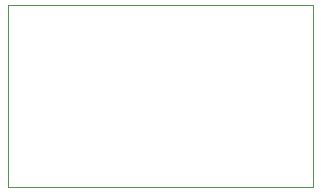
<source format=gko>
%FSLAX25Y25*%
%MOIN*%
G70*
G01*
G75*
G04 Layer_Color=16711935*
%ADD10R,0.03600X0.03000*%
%ADD11R,0.03543X0.02559*%
%ADD12R,0.07874X0.11024*%
%ADD13R,0.06000X0.05000*%
%ADD14R,0.03000X0.03600*%
%ADD15R,0.03150X0.00906*%
%ADD16R,0.00906X0.03150*%
%ADD17R,0.03937X0.07874*%
%ADD18C,0.01000*%
%ADD19C,0.02000*%
%ADD20C,0.01500*%
%ADD21C,0.01700*%
%ADD22C,0.01900*%
%ADD23R,0.15156X0.09649*%
%ADD24R,0.15310X0.02394*%
%ADD25R,0.06525X0.02707*%
%ADD26R,0.06323X0.02939*%
%ADD27R,0.06830X0.04197*%
%ADD28R,0.19009X0.03190*%
%ADD29R,0.08936X0.09999*%
%ADD30R,0.08242X0.15824*%
%ADD31R,0.08028X0.08465*%
%ADD32R,0.08515X0.08961*%
%ADD33C,0.02300*%
%ADD34C,0.01800*%
%ADD35R,0.11024X0.07874*%
%ADD36C,0.00984*%
%ADD37C,0.00787*%
%ADD38C,0.00700*%
%ADD39C,0.01200*%
%ADD40C,0.00400*%
%ADD41R,0.01672X0.03953*%
%ADD42R,0.07665X0.08194*%
%ADD43R,0.08822X0.08756*%
%ADD44R,0.04400X0.03800*%
%ADD45R,0.04343X0.03359*%
%ADD46R,0.08674X0.11824*%
%ADD47R,0.06800X0.05800*%
%ADD48R,0.03800X0.04400*%
%ADD49R,0.03950X0.01706*%
%ADD50R,0.01706X0.03950*%
%ADD51R,0.04737X0.08674*%
%ADD52C,0.02700*%
%ADD53C,0.02200*%
%ADD54C,0.02600*%
%ADD55R,0.11824X0.08674*%
%ADD56C,0.00394*%
D56*
X299772Y353205D02*
X401370D01*
X299772Y292579D02*
Y353205D01*
Y292579D02*
X401370D01*
Y353205D01*
M02*

</source>
